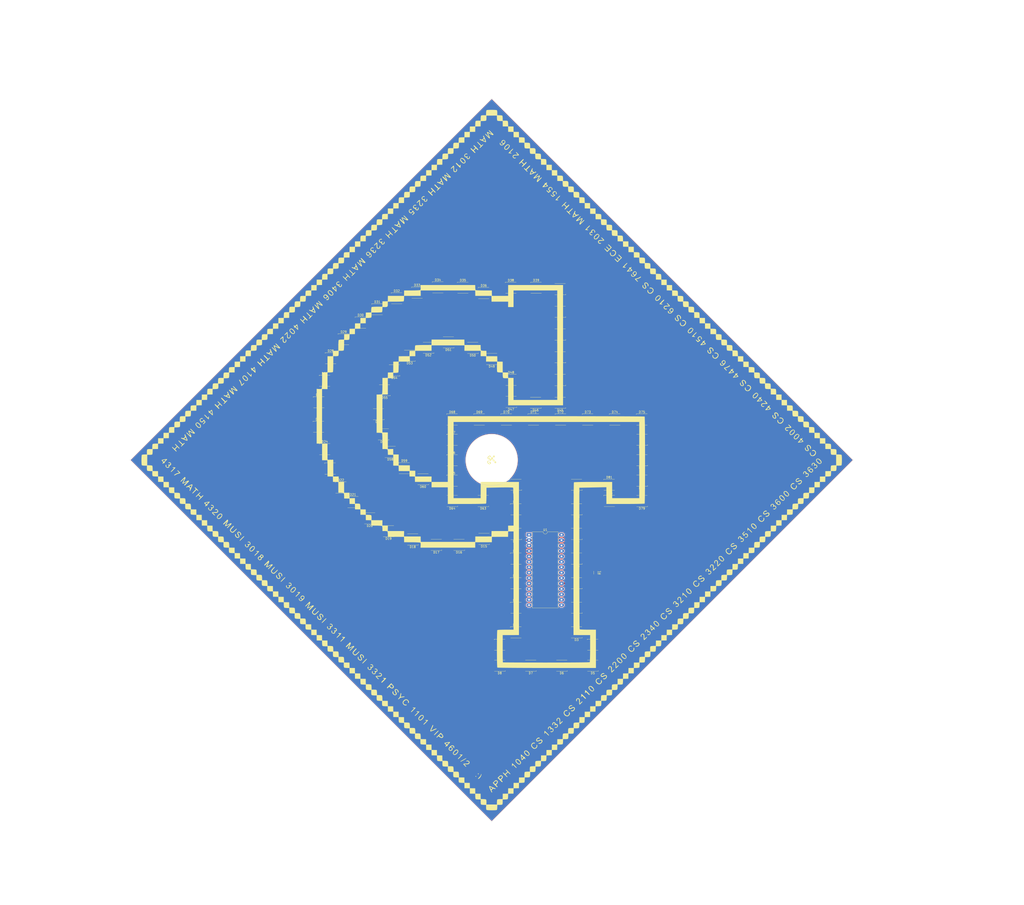
<source format=kicad_pcb>
(kicad_pcb (version 20211014) (generator pcbnew)
  (layers (0 "F.Cu" signal) (31 "B.Cu" signal) (34 "B.Paste" user) (35 "F.Paste" user) (36 "B.SilkS" user "B.Silkscreen") (37 "F.SilkS" user "F.Silkscreen") (38 "B.Mask" user) (39 "F.Mask" user) (44 "Edge.Cuts" user))
  (net 0 "")
  (net 1 "GND")
  (net 2 "+5V")
  (net 3 "Net-(D1-Pad4)")
  (net 25 "Net-(D2-Pad4)")
  (net 26 "Net-(D3-Pad4)")
  (net 27 "Net-(D4-Pad4)")
  (net 28 "Net-(D5-Pad4)")
  (net 29 "Net-(D6-Pad4)")
  (net 30 "Net-(D7-Pad4)")
  (net 31 "Net-(D8-Pad4)")
  (net 32 "Net-(D10-Pad2)")
  (net 33 "Net-(D10-Pad4)")
  (net 34 "Net-(D11-Pad4)")
  (net 35 "Net-(D12-Pad4)")
  (net 36 "Net-(D13-Pad4)")
  (net 37 "Net-(D14-Pad4)")
  (net 38 "Net-(D15-Pad4)")
  (net 39 "Net-(D16-Pad4)")
  (net 40 "Net-(D17-Pad4)")
  (net 41 "Net-(D18-Pad4)")
  (net 42 "Net-(D19-Pad4)")
  (net 43 "Net-(D20-Pad4)")
  (net 44 "Net-(D21-Pad4)")
  (net 45 "Net-(D22-Pad4)")
  (net 46 "Net-(D23-Pad4)")
  (net 47 "Net-(D24-Pad4)")
  (net 48 "Net-(D25-Pad4)")
  (net 49 "Net-(D26-Pad4)")
  (net 50 "Net-(D27-Pad4)")
  (net 51 "Net-(D28-Pad4)")
  (net 52 "Net-(D29-Pad4)")
  (net 53 "Net-(D30-Pad4)")
  (net 54 "Net-(D31-Pad4)")
  (net 55 "Net-(D32-Pad4)")
  (net 56 "Net-(D33-Pad4)")
  (net 57 "Net-(D34-Pad4)")
  (net 58 "Net-(D35-Pad4)")
  (net 59 "Net-(D36-Pad4)")
  (net 60 "Net-(R1-Pad1)")
  (net 61 "Net-(D38-Pad4)")
  (net 62 "Net-(D39-Pad4)")
  (net 63 "Net-(D40-Pad4)")
  (net 64 "Net-(D41-Pad4)")
  (net 65 "Net-(D42-Pad4)")
  (net 66 "Net-(D43-Pad4)")
  (net 67 "Net-(D44-Pad4)")
  (net 68 "Net-(D45-Pad4)")
  (net 69 "Net-(D46-Pad4)")
  (net 70 "Net-(D47-Pad4)")
  (net 71 "Net-(D48-Pad4)")
  (net 72 "Net-(D49-Pad4)")
  (net 73 "Net-(D50-Pad4)")
  (net 74 "Net-(D51-Pad4)")
  (net 75 "Net-(D52-Pad4)")
  (net 76 "Net-(D53-Pad4)")
  (net 77 "Net-(D54-Pad4)")
  (net 78 "Net-(D55-Pad4)")
  (net 79 "Net-(D56-Pad4)")
  (net 80 "Net-(D57-Pad4)")
  (net 81 "Net-(D58-Pad4)")
  (net 82 "Net-(D59-Pad4)")
  (net 83 "Net-(D60-Pad4)")
  (net 84 "Net-(D61-Pad4)")
  (net 85 "Net-(D62-Pad4)")
  (net 86 "Net-(D63-Pad4)")
  (net 87 "Net-(D64-Pad4)")
  (net 88 "Net-(D65-Pad4)")
  (net 89 "Net-(D66-Pad4)")
  (net 90 "Net-(D67-Pad4)")
  (net 91 "Net-(D68-Pad4)")
  (net 92 "Net-(D69-Pad4)")
  (net 93 "Net-(D70-Pad4)")
  (net 94 "Net-(D71-Pad4)")
  (net 95 "Net-(D1-Pad2)")
  (net 96 "Net-(D72-Pad4)")
  (net 99 "Net-(D73-Pad4)")
  (net 101 "Net-(D74-Pad4)")
  (net 102 "Net-(D75-Pad4)")
  (net 103 "Net-(D76-Pad4)")
  (net 104 "Net-(D77-Pad4)")
  (net 105 "Net-(D78-Pad4)")
  (net 106 "Net-(D79-Pad4)")
  (net 107 "Net-(D80-Pad4)")
  (net 108 "Net-(D81-Pad4)")
  (net 109 "Net-(D82-Pad4)")
  (net 110 "Net-(D83-Pad4)")
  (net 111 "Net-(D84-Pad4)")
  (net 112 "Net-(D85-Pad4)")
  (footprint "LED_SMD:LED_Inolux_IN-PI554FCH_PLCC4_5.0x5.0mm_P3.2mm" (layer "F.Cu") (at 176.1 132.4 180)
    (fp_text reference "D50")
    (fp_text value "Neopixel 5050")
  )
  (footprint "LED_SMD:LED_Inolux_IN-PI554FCH_PLCC4_5.0x5.0mm_P3.2mm" (layer "F.Cu") (at 205.85 104.15)
    (fp_text reference "D39")
    (fp_text value "Neopixel 5050")
  )
  (footprint "Package_DIP:DIP-28_W15.24mm_LongPads" (layer "F.Cu") (at 202.5088 220.0248)
    (fp_text reference "U1")
    (fp_text value "ItsyBitsy 32u4 5V")
  )
  (footprint "LED_SMD:LED_Inolux_IN-PI554FCH_PLCC4_5.0x5.0mm_P3.2mm" (layer "F.Cu") (at 217.100001 126.116148 180)
    (fp_text reference "D42")
    (fp_text value "Neopixel 5050")
  )
  (footprint "LED_SMD:LED_Inolux_IN-PI554FCH_PLCC4_5.0x5.0mm_P3.2mm" (layer "F.Cu") (at 103.8098 169.3672)
    (fp_text reference "D25")
    (fp_text value "Neopixel 5050")
  )
  (footprint "LED_SMD:LED_Inolux_IN-PI554FCH_PLCC4_5.0x5.0mm_P3.2mm" (layer "F.Cu") (at 242.758684 165.9636)
    (fp_text reference "D74")
    (fp_text value "Neopixel 5050")
  )
  (footprint "LED_SMD:LED_Inolux_IN-PI554FCH_PLCC4_5.0x5.0mm_P3.2mm" (layer "F.Cu") (at 196.4 265.8364)
    (fp_text reference "D10")
    (fp_text value "Neopixel 5050")
  )
  (footprint "LED_SMD:LED_Inolux_IN-PI554FCH_PLCC4_5.0x5.0mm_P3.2mm" (layer "F.Cu") (at 217.861332 281.432 180)
    (fp_text reference "D6")
    (fp_text value "Neopixel 5050")
  )
  (footprint "LED_SMD:LED_Inolux_IN-PI554FCH_PLCC4_5.0x5.0mm_P3.2mm" (layer "F.Cu") (at 255.4732 194.6275 180)
    (fp_text reference "D78")
    (fp_text value "Neopixel 5050")
  )
  (footprint "LED_SMD:LED_Inolux_IN-PI554FCH_PLCC4_5.0x5.0mm_P3.2mm" (layer "F.Cu") (at 255.4732 175.4505 180)
    (fp_text reference "D76")
    (fp_text value "Neopixel 5050")
  )
  (footprint "LED_SMD:LED_Inolux_IN-PI554FCH_PLCC4_5.0x5.0mm_P3.2mm" (layer "F.Cu") (at 217.099999 115.461147 180)
    (fp_text reference "D41")
    (fp_text value "Neopixel 5050")
  )
  (footprint "LED_SMD:LED_Inolux_IN-PI554FCH_PLCC4_5.0x5.0mm_P3.2mm" (layer "F.Cu") (at 196.4 231.2035)
    (fp_text reference "D13")
    (fp_text value "Neopixel 5050")
  )
  (footprint "LED_SMD:LED_Inolux_IN-PI554FCH_PLCC4_5.0x5.0mm_P3.2mm" (layer "F.Cu") (at 169.672 224.79 180)
    (fp_text reference "D16")
    (fp_text value "Neopixel 5050")
  )
  (footprint "LED_SMD:LED_Inolux_IN-PI554FCH_PLCC4_5.0x5.0mm_P3.2mm" (layer "F.Cu") (at 123.5202 120.4976)
    (fp_text reference "D30")
    (fp_text value "Neopixel 5050")
  )
  (footprint "Resistor_SMD:R_1206_3216Metric_Pad1.30x1.75mm_HandSolder" (layer "F.Cu") (at 233.8324 237.8202 -90)
    (fp_text reference "R1")
    (fp_text value "330")
  )
  (footprint "LED_SMD:LED_Inolux_IN-PI554FCH_PLCC4_5.0x5.0mm_P3.2mm" (layer "F.Cu") (at 217.1 147.445 180)
    (fp_text reference "D44")
    (fp_text value "Neopixel 5050")
  )
  (footprint "LED_SMD:LED_Inolux_IN-PI554FCH_PLCC4_5.0x5.0mm_P3.2mm" (layer "F.Cu") (at 109.474 137.2616)
    (fp_text reference "D28")
    (fp_text value "Neopixel 5050")
  )
  (footprint "LED_SMD:LED_Inolux_IN-PI554FCH_PLCC4_5.0x5.0mm_P3.2mm" (layer "F.Cu") (at 106.68 147.828)
    (fp_text reference "D27")
    (fp_text value "Neopixel 5050")
  )
  (footprint "LED_SMD:LED_Inolux_IN-PI554FCH_PLCC4_5.0x5.0mm_P3.2mm" (layer "F.Cu") (at 109.22 188.976)
    (fp_text reference "D23")
    (fp_text value "Neopixel 5050")
  )
  (footprint "LED_SMD:LED_Inolux_IN-PI554FCH_PLCC4_5.0x5.0mm_P3.2mm" (layer "F.Cu") (at 232.41 271.6022)
    (fp_text reference "D4")
    (fp_text value "Neopixel 5050")
  )
  (footprint "LED_SMD:LED_Inolux_IN-PI554FCH_PLCC4_5.0x5.0mm_P3.2mm" (layer "F.Cu") (at 194 104.15)
    (fp_text reference "D38")
    (fp_text value "Neopixel 5050")
  )
  (footprint "LED_SMD:LED_Inolux_IN-PI554FCH_PLCC4_5.0x5.0mm_P3.2mm" (layer "F.Cu") (at 166.4716 194.6409)
    (fp_text reference "D65")
    (fp_text value "Neopixel 5050")
  )
  (footprint "LED_SMD:LED_Inolux_IN-PI554FCH_PLCC4_5.0x5.0mm_P3.2mm" (layer "F.Cu") (at 194.0814 147.3962)
    (fp_text reference "D48")
    (fp_text value "Neopixel 5050")
  )
  (footprint "LED_SMD:LED_Inolux_IN-PI554FCH_PLCC4_5.0x5.0mm_P3.2mm" (layer "F.Cu") (at 224.79 254.2921 180)
    (fp_text reference "D2")
    (fp_text value "Neopixel 5050")
  )
  (footprint "LED_SMD:LED_Inolux_IN-PI554FCH_PLCC4_5.0x5.0mm_P3.2mm" (layer "F.Cu") (at 181 204.2 180)
    (fp_text reference "D63")
    (fp_text value "Neopixel 5050")
  )
  (footprint "LED_SMD:LED_Inolux_IN-PI554FCH_PLCC4_5.0x5.0mm_P3.2mm" (layer "F.Cu") (at 164.7 129.8 180)
    (fp_text reference "D51")
    (fp_text value "Neopixel 5050")
  )
  (footprint "LED_SMD:LED_Inolux_IN-PI554FCH_PLCC4_5.0x5.0mm_P3.2mm" (layer "F.Cu") (at 147.955 222.25 180)
    (fp_text reference "D18")
    (fp_text value "Neopixel 5050")
  )
  (footprint "LED_SMD:LED_Inolux_IN-PI554FCH_PLCC4_5.0x5.0mm_P3.2mm" (layer "F.Cu") (at 255.4732 185.039 180)
    (fp_text reference "D77")
    (fp_text value "Neopixel 5050")
  )
  (footprint "LED_SMD:LED_Inolux_IN-PI554FCH_PLCC4_5.0x5.0mm_P3.2mm" (layer "F.Cu") (at 137.4 181.2 180)
    (fp_text reference "D58")
    (fp_text value "Neopixel 5050")
  )
  (footprint "LED_SMD:LED_Inolux_IN-PI554FCH_PLCC4_5.0x5.0mm_P3.2mm" (layer "F.Cu") (at 196.4 196.5706 180)
    (fp_text reference "D62")
    (fp_text value "Neopixel 5050")
  )
  (footprint "LED_SMD:LED_Inolux_IN-PI554FCH_PLCC4_5.0x5.0mm_P3.2mm" (layer "F.Cu") (at 224.79 196.5706 180)
    (fp_text reference "D82")
    (fp_text value "Neopixel 5050")
  )
  (footprint "LED_SMD:LED_Inolux_IN-PI554FCH_PLCC4_5.0x5.0mm_P3.2mm" (layer "F.Cu") (at 115.5446 128.3462)
    (fp_text reference "D29")
    (fp_text value "Neopixel 5050")
  )
  (footprint "LED_SMD:LED_Inolux_IN-PI554FCH_PLCC4_5.0x5.0mm_P3.2mm" (layer "F.Cu") (at 134.747 152.273 180)
    (fp_text reference "D55")
    (fp_text value "Neopixel 5050")
  )
  (footprint "LED_SMD:LED_Inolux_IN-PI554FCH_PLCC4_5.0x5.0mm_P3.2mm" (layer "F.Cu") (at 150.0124 106.4514)
    (fp_text reference "D33")
    (fp_text value "Neopixel 5050")
  )
  (footprint "LOGO" (layer "F.Cu") (at 185 185 -45)
    (fp_text reference "G***")
    (fp_text value "LOGO" hide)
  )
  (footprint "LED_SMD:LED_Inolux_IN-PI554FCH_PLCC4_5.0x5.0mm_P3.2mm" (layer "F.Cu") (at 224.79 219.6592 180)
    (fp_text reference "D84")
    (fp_text value "Neopixel 5050")
  )
  (footprint "LED_SMD:LED_Inolux_IN-PI554FCH_PLCC4_5.0x5.0mm_P3.2mm" (layer "F.Cu") (at 181.356 221.996 180)
    (fp_text reference "D15")
    (fp_text value "Neopixel 5050")
  )
  (footprint "LED_SMD:LED_Inolux_IN-PI554FCH_PLCC4_5.0x5.0mm_P3.2mm" (layer "F.Cu") (at 152.8 194 180)
    (fp_text reference "D60")
    (fp_text value "Neopixel 5050")
  )
  (footprint "LED_SMD:LED_Inolux_IN-PI554FCH_PLCC4_5.0x5.0mm_P3.2mm" (layer "F.Cu") (at 224.79 208.1149 180)
    (fp_text reference "D83")
    (fp_text value "Neopixel 5050")
  )
  (footprint "LED_SMD:LED_Inolux_IN-PI554FCH_PLCC4_5.0x5.0mm_P3.2mm" (layer "F.Cu") (at 188.764 271.6022)
    (fp_text reference "D9")
    (fp_text value "Neopixel 5050")
  )
  (footprint "LED_SMD:LED_Inolux_IN-PI554FCH_PLCC4_5.0x5.0mm_P3.2mm" (layer "F.Cu") (at 230.04417 165.9636)
    (fp_text reference "D73")
    (fp_text value "Neopixel 5050")
  )
  (footprint "LED_SMD:LED_Inolux_IN-PI554FCH_PLCC4_5.0x5.0mm_P3.2mm" (layer "F.Cu") (at 204.615142 165.9636)
    (fp_text reference "D71")
    (fp_text value "Neopixel 5050")
  )
  (footprint "LED_SMD:LED_Inolux_IN-PI554FCH_PLCC4_5.0x5.0mm_P3.2mm" (layer "F.Cu") (at 196.4 208.1149)
    (fp_text reference "D61")
    (fp_text value "Neopixel 5050")
  )
  (footprint "LED_SMD:LED_Inolux_IN-PI554FCH_PLCC4_5.0x5.0mm_P3.2mm" (layer "F.Cu") (at 255.4732 204.216 180)
    (fp_text reference "D79")
    (fp_text value "Neopixel 5050")
  )
  (footprint "LED_SMD:LED_Inolux_IN-PI554FCH_PLCC4_5.0x5.0mm_P3.2mm" (layer "F.Cu") (at 217.1 104.825 180)
    (fp_text reference "D40")
    (fp_text value "Neopixel 5050")
  )
  (footprint "LED_SMD:LED_Inolux_IN-PI554FCH_PLCC4_5.0x5.0mm_P3.2mm" (layer "F.Cu") (at 159.004 224.79 180)
    (fp_text reference "D17")
    (fp_text value "Neopixel 5050")
  )
  (footprint "LED_SMD:LED_Inolux_IN-PI554FCH_PLCC4_5.0x5.0mm_P3.2mm" (layer "F.Cu") (at 139.3444 142.9512 180)
    (fp_text reference "D54")
    (fp_text value "Neopixel 5050")
  )
  (footprint "LED_SMD:LED_Inolux_IN-PI554FCH_PLCC4_5.0x5.0mm_P3.2mm" (layer "F.Cu") (at 181.25 106.65)
    (fp_text reference "D36")
    (fp_text value "Neopixel 5050")
  )
  (footprint "LED_SMD:LED_Inolux_IN-PI554FCH_PLCC4_5.0x5.0mm_P3.2mm" (layer "F.Cu") (at 217.1 136.79 180)
    (fp_text reference "D43")
    (fp_text value "Neopixel 5050")
  )
  (footprint "LED_SMD:LED_Inolux_IN-PI554FCH_PLCC4_5.0x5.0mm_P3.2mm" (layer "F.Cu") (at 171.5008 104.14)
    (fp_text reference "D35")
    (fp_text value "Neopixel 5050")
  )
  (footprint "LED_SMD:LED_Inolux_IN-PI554FCH_PLCC4_5.0x5.0mm_P3.2mm" (layer "F.Cu") (at 166.4716 165.9636)
    (fp_text reference "D68")
    (fp_text value "Neopixel 5050")
  )
  (footprint "LED_SMD:LED_Inolux_IN-PI554FCH_PLCC4_5.0x5.0mm_P3.2mm" (layer "F.Cu") (at 255.4732 165.9636)
    (fp_text reference "D75")
    (fp_text value "Neopixel 5050")
  )
  (footprint "LED_SMD:LED_Inolux_IN-PI554FCH_PLCC4_5.0x5.0mm_P3.2mm" (layer "F.Cu") (at 134.2136 172.9486 180)
    (fp_text reference "D57")
    (fp_text value "Neopixel 5050")
  )
  (footprint "LED_SMD:LED_Inolux_IN-PI554FCH_PLCC4_5.0x5.0mm_P3.2mm" (layer "F.Cu") (at 196.4 219.6592 180)
    (fp_text reference "D14")
    (fp_text value "Neopixel 5050")
  )
  (footprint "LED_SMD:LED_Inolux_IN-PI554FCH_PLCC4_5.0x5.0mm_P3.2mm" (layer "F.Cu") (at 166.4716 175.5227)
    (fp_text reference "D67")
    (fp_text value "Neopixel 5050")
  )
  (footprint "LED_SMD:LED_Inolux_IN-PI554FCH_PLCC4_5.0x5.0mm_P3.2mm" (layer "F.Cu") (at 240.1316 196.5706)
    (fp_text reference "D81")
    (fp_text value "Neopixel 5050")
  )
  (footprint "LED_SMD:LED_Inolux_IN-PI554FCH_PLCC4_5.0x5.0mm_P3.2mm" (layer "F.Cu") (at 224.79 242.7478 180)
    (fp_text reference "D1")
    (fp_text value "Neopixel 5050")
  )
  (footprint "LED_SMD:LED_Inolux_IN-PI554FCH_PLCC4_5.0x5.0mm_P3.2mm" (layer "F.Cu") (at 188.764 281.432 180)
    (fp_text reference "D8")
    (fp_text value "Neopixel 5050")
  )
  (footprint "LED_SMD:LED_Inolux_IN-PI554FCH_PLCC4_5.0x5.0mm_P3.2mm" (layer "F.Cu") (at 224.79 231.2035 180)
    (fp_text reference "D85")
    (fp_text value "Neopixel 5050")
  )
  (footprint "LED_SMD:LED_Inolux_IN-PI554FCH_PLCC4_5.0x5.0mm_P3.2mm" (layer "F.Cu") (at 131.9022 163.4744 180)
    (fp_text reference "D56")
    (fp_text value "Neopixel 5050")
  )
  (footprint "LED_SMD:LED_Inolux_IN-PI554FCH_PLCC4_5.0x5.0mm_P3.2mm" (layer "F.Cu") (at 106.7054 179.8574)
    (fp_text reference "D24")
    (fp_text value "Neopixel 5050")
  )
  (footprint "LED_SMD:LED_Inolux_IN-PI554FCH_PLCC4_5.0x5.0mm_P3.2mm" (layer "F.Cu") (at 196.4 254.2921)
    (fp_text reference "D11")
    (fp_text value "Neopixel 5050")
  )
  (footprint "LED_SMD:LED_Inolux_IN-PI554FCH_PLCC4_5.0x5.0mm_P3.2mm" (layer "F.Cu") (at 205.5907 158.1 180)
    (fp_text reference "D46")
    (fp_text value "Neopixel 5050")
  )
  (footprint "LED_SMD:LED_Inolux_IN-PI554FCH_PLCC4_5.0x5.0mm_P3.2mm" (layer "F.Cu") (at 217.329656 165.9636)
    (fp_text reference "D72")
    (fp_text value "Neopixel 5050")
  )
  (footprint "LED_SMD:LED_Inolux_IN-PI554FCH_PLCC4_5.0x5.0mm_P3.2mm" (layer "F.Cu") (at 155.3 132.3 180)
    (fp_text reference "D52")
    (fp_text value "Neopixel 5050")
  )
  (footprint "LED_SMD:LED_Inolux_IN-PI554FCH_PLCC4_5.0x5.0mm_P3.2mm" (layer "F.Cu") (at 114.3 197.866)
    (fp_text reference "D22")
    (fp_text value "Neopixel 5050")
  )
  (footprint "LED_SMD:LED_Inolux_IN-PI554FCH_PLCC4_5.0x5.0mm_P3.2mm" (layer "F.Cu") (at 166.4716 204.2 180)
    (fp_text reference "D64")
    (fp_text value "Neopixel 5050")
  )
  (footprint "LED_SMD:LED_Inolux_IN-PI554FCH_PLCC4_5.0x5.0mm_P3.2mm" (layer "F.Cu") (at 203.312666 281.432 180)
    (fp_text reference "D7")
    (fp_text value "Neopixel 5050")
  )
  (footprint "LED_SMD:LED_Inolux_IN-PI554FCH_PLCC4_5.0x5.0mm_P3.2mm" (layer "F.Cu") (at 159.766 104.013)
    (fp_text reference "D34")
    (fp_text value "Neopixel 5050")
  )
  (footprint "LED_SMD:LED_Inolux_IN-PI554FCH_PLCC4_5.0x5.0mm_P3.2mm" (layer "F.Cu") (at 119.9388 204.6986)
    (fp_text reference "D21")
    (fp_text value "Neopixel 5050")
  )
  (footprint "LED_SMD:LED_Inolux_IN-PI554FCH_PLCC4_5.0x5.0mm_P3.2mm" (layer "F.Cu") (at 127.7874 212.344 180)
    (fp_text reference "D20")
    (fp_text value "Neopixel 5050")
  )
  (footprint "LOGO" (layer "F.Cu") (at 185 185 45)
    (fp_text reference "G***")
    (fp_text value "LOGO" hide)
  )
  (footprint "LED_SMD:LED_Inolux_IN-PI554FCH_PLCC4_5.0x5.0mm_P3.2mm" (layer "F.Cu") (at 136.6012 218.3384 180)
    (fp_text reference "D19")
    (fp_text value "Neopixel 5050")
  )
  (footprint "LED_SMD:LED_Inolux_IN-PI554FCH_PLCC4_5.0x5.0mm_P3.2mm" (layer "F.Cu") (at 166.4716 185.0818)
    (fp_text reference "D66")
    (fp_text value "Neopixel 5050")
  )
  (footprint "LED_SMD:LED_Inolux_IN-PI554FCH_PLCC4_5.0x5.0mm_P3.2mm" (layer "F.Cu") (at 191.900628 165.9636)
    (fp_text reference "D70")
    (fp_text value "Neopixel 5050")
  )
  (footprint "LED_SMD:LED_Inolux_IN-PI554FCH_PLCC4_5.0x5.0mm_P3.2mm" (layer "F.Cu") (at 185 137.6 180)
    (fp_text reference "D49")
    (fp_text value "Neopixel 5050")
  )
  (footprint "LED_SMD:LED_Inolux_IN-PI554FCH_PLCC4_5.0x5.0mm_P3.2mm" (layer "F.Cu") (at 140.4366 109.1438)
    (fp_text reference "D32")
    (fp_text value "Neopixel 5050")
  )
  (footprint "LED_SMD:LED_Inolux_IN-PI554FCH_PLCC4_5.0x5.0mm_P3.2mm" (layer "F.Cu") (at 146.5072 136.0424 180)
    (fp_text reference "D53")
    (fp_text value "Neopixel 5050")
  )
  (footprint "LED_SMD:LED_Inolux_IN-PI554FCH_PLCC4_5.0x5.0mm_P3.2mm" (layer "F.Cu") (at 144 188.8)
    (fp_text reference "D59")
    (fp_text value "Neopixel 5050")
  )
  (footprint "LED_SMD:LED_Inolux_IN-PI554FCH_PLCC4_5.0x5.0mm_P3.2mm" (layer "F.Cu") (at 131.318 114.3)
    (fp_text reference "D31")
    (fp_text value "Neopixel 5050")
  )
  (footprint "LED_SMD:LED_Inolux_IN-PI554FCH_PLCC4_5.0x5.0mm_P3.2mm" (layer "F.Cu") (at 194.0814 157.734 180)
    (fp_text reference "D47")
    (fp_text value "Neopixel 5050")
  )
  (footprint "LED_SMD:LED_Inolux_IN-PI554FCH_PLCC4_5.0x5.0mm_P3.2mm" (layer "F.Cu") (at 240.1824 204.1652)
    (fp_text reference "D80")
    (fp_text value "Neopixel 5050")
  )
  (footprint "LED_SMD:LED_Inolux_IN-PI554FCH_PLCC4_5.0x5.0mm_P3.2mm" (layer "F.Cu") (at 217.1 158.1 180)
    (fp_text reference "D45")
    (fp_text value "Neopixel 5050")
  )
  (footprint "LED_SMD:LED_Inolux_IN-PI554FCH_PLCC4_5.0x5.0mm_P3.2mm" (layer "F.Cu") (at 232.41 281.432 180)
    (fp_text reference "D5")
    (fp_text value "Neopixel 5050")
  )
  (footprint "LED_SMD:LED_Inolux_IN-PI554FCH_PLCC4_5.0x5.0mm_P3.2mm" (layer "F.Cu") (at 224.79 265.8364 180)
    (fp_text reference "D3")
    (fp_text value "Neopixel 5050")
  )
  (footprint "LED_SMD:LED_Inolux_IN-PI554FCH_PLCC4_5.0x5.0mm_P3.2mm" (layer "F.Cu") (at 196.4 242.7478)
    (fp_text reference "D12")
    (fp_text value "Neopixel 5050")
  )
  (footprint "LED_SMD:LED_Inolux_IN-PI554FCH_PLCC4_5.0x5.0mm_P3.2mm" (layer "F.Cu") (at 103.9368 157.9118)
    (fp_text reference "D26")
    (fp_text value "Neopixel 5050")
  )
  (footprint "LED_SMD:LED_Inolux_IN-PI554FCH_PLCC4_5.0x5.0mm_P3.2mm" (layer "F.Cu") (at 179.186114 165.9636)
    (fp_text reference "D69")
    (fp_text value "Neopixel 5050")
  )
  (gr_circle (center 185 185) (end 196.999999 185) (layer "Edge.Cuts") (width 0.1) (fill none))
  (gr_poly (pts (xy 185 15.294373) (xy 354.705627 185) (xy 185 354.705627) (xy 15.294373 185)) (layer "Edge.Cuts") (width 0.1) (fill none))
  (segment (start 222.34 244.3478) (end 222.34 247.7921) (width 0.7) (layer "F.Cu") (net 3))
  (segment (start 222.34 247.7921) (end 227.24 252.6921) (width 0.7) (layer "F.Cu") (net 3))
  (segment (start 222.34 255.8921) (end 222.34 259.3364) (width 0.7) (layer "F.Cu") (net 25))
  (segment (start 222.34 259.3364) (end 227.24 264.2364) (width 0.7) (layer "F.Cu") (net 25))
  (segment (start 222.34 267.4364) (end 224.1942 267.4364) (width 0.7) (layer "F.Cu") (net 26))
  (segment (start 224.1942 267.4364) (end 229.96 273.2022) (width 0.7) (layer "F.Cu") (net 26))
  (segment (start 234.86 270.0022) (end 236.2202 270.0022) (width 0.7) (layer "F.Cu") (net 27))
  (segment (start 236.2202 270.0022) (end 237.617 271.399) (width 0.7) (layer "F.Cu") (net 27))
  (segment (start 237.617 271.399) (end 237.617 277.075) (width 0.7) (layer "F.Cu") (net 27))
  (segment (start 237.617 277.075) (end 234.86 279.832) (width 0.7) (layer "F.Cu") (net 27))
  (segment (start 220.311332 279.832) (end 224.0028 279.832) (width 0.7) (layer "F.Cu") (net 28))
  (segment (start 224.0028 279.832) (end 227.2028 283.032) (width 0.7) (layer "F.Cu") (net 28))
  (segment (start 227.2028 283.032) (end 229.96 283.032) (width 0.7) (layer "F.Cu") (net 28))
  (segment (start 215.411332 283.032) (end 212.6232 283.032) (width 0.7) (layer "F.Cu") (net 29))
  (segment (start 212.6232 283.032) (end 209.4232 279.832) (width 0.7) (layer "F.Cu") (net 29))
  (segment (start 209.4232 279.832) (end 205.762666 279.832) (width 0.7) (layer "F.Cu") (net 29))
  (segment (start 194.9452 279.832) (end 191.214 279.832) (width 0.7) (layer "F.Cu") (net 30))
  (segment (start 200.862666 283.032) (end 198.1452 283.032) (width 0.7) (layer "F.Cu") (net 30))
  (segment (start 198.1452 283.032) (end 194.9452 279.832) (width 0.7) (layer "F.Cu") (net 30))
  (segment (start 183.9724 273.2022) (end 182.626 274.5486) (width 0.7) (layer "F.Cu") (net 31))
  (segment (start 182.626 279.344) (end 186.314 283.032) (width 0.7) (layer "F.Cu") (net 31))
  (segment (start 182.626 274.5486) (end 182.626 279.344) (width 0.7) (layer "F.Cu") (net 31))
  (segment (start 186.314 273.2022) (end 183.9724 273.2022) (width 0.7) (layer "F.Cu") (net 31))
  (segment (start 191.3842 270.0022) (end 193.95 267.4364) (width 0.7) (layer "F.Cu") (net 32))
  (segment (start 191.214 270.0022) (end 191.3842 270.0022) (width 0.7) (layer "F.Cu") (net 32))
  (segment (start 193.95 257.2976) (end 193.95 255.8921) (width 0.7) (layer "F.Cu") (net 33))
  (segment (start 198.85 264.2364) (end 198.85 262.1976) (width 0.7) (layer "F.Cu") (net 33))
  (segment (start 198.85 262.1976) (end 193.95 257.2976) (width 0.7) (layer "F.Cu") (net 33))
  (segment (start 198.85 252.6921) (end 198.85 251.2248) (width 0.7) (layer "F.Cu") (net 34))
  (segment (start 198.85 251.2248) (end 193.95 246.3248) (width 0.7) (layer "F.Cu") (net 34))
  (segment (start 193.95 246.3248) (end 193.95 244.3478) (width 0.7) (layer "F.Cu") (net 34))
  (segment (start 198.85 241.1478) (end 198.85 239.2106) (width 0.7) (layer "F.Cu") (net 35))
  (segment (start 193.95 234.3106) (end 193.95 232.8035) (width 0.7) (layer "F.Cu") (net 35))
  (segment (start 198.85 239.2106) (end 193.95 234.3106) (width 0.7) (layer "F.Cu") (net 35))
  (segment (start 196.5706 223.1136) (end 196.5706 220.3386) (width 0.7) (layer "F.Cu") (net 36))
  (segment (start 196.5706 220.3386) (end 198.85 218.0592) (width 0.7) (layer "F.Cu") (net 36))
  (segment (start 198.85 229.6035) (end 198.85 225.393) (width 0.7) (layer "F.Cu") (net 36))
  (segment (start 198.85 225.393) (end 196.5706 223.1136) (width 0.7) (layer "F.Cu") (net 36))
  (segment (start 184.6692 221.2592) (end 183.806 220.396) (width 0.7) (layer "F.Cu") (net 37))
  (segment (start 193.95 221.2592) (end 184.6692 221.2592) (width 0.7) (layer "F.Cu") (net 37))
  (segment (start 178.906 223.596) (end 172.528 223.596) (width 0.7) (layer "F.Cu") (net 38))
  (segment (start 172.528 223.596) (end 172.122 223.19) (width 0.7) (layer "F.Cu") (net 38))
  (segment (start 164.654 226.39) (end 161.454 223.19) (width 0.7) (layer "F.Cu") (net 39))
  (segment (start 167.222 226.39) (end 164.654 226.39) (width 0.7) (layer "F.Cu") (net 39))
  (segment (start 156.554 226.39) (end 156.145 226.39) (width 0.7) (layer "F.Cu") (net 40))
  (segment (start 156.145 226.39) (end 150.405 220.65) (width 0.7) (layer "F.Cu") (net 40))
  (segment (start 145.505 223.85) (end 145.505 223.1922) (width 0.7) (layer "F.Cu") (net 41))
  (segment (start 145.505 223.1922) (end 139.0512 216.7384) (width 0.7) (layer "F.Cu") (net 41))
  (segment (start 134.1512 219.9384) (end 132.5626 218.3498) (width 0.7) (layer "F.Cu") (net 42))
  (segment (start 132.5626 218.3498) (end 132.5626 212.217) (width 0.7) (layer "F.Cu") (net 42))
  (segment (start 131.0896 210.744) (end 130.2374 210.744) (width 0.7) (layer "F.Cu") (net 42))
  (segment (start 132.5626 212.217) (end 131.0896 210.744) (width 0.7) (layer "F.Cu") (net 42))
  (segment (start 125.1342 213.944) (end 117.4888 206.2986) (width 0.7) (layer "F.Cu") (net 43))
  (segment (start 125.3374 213.944) (end 125.1342 213.944) (width 0.7) (layer "F.Cu") (net 43))
  (segment (start 120.509 201.2188) (end 113.6028 201.2188) (width 0.7) (layer "F.Cu") (net 44))
  (segment (start 122.3888 203.0986) (end 120.509 201.2188) (width 0.7) (layer "F.Cu") (net 44))
  (segment (start 113.6028 201.2188) (end 111.85 199.466) (width 0.7) (layer "F.Cu") (net 44))
  (segment (start 111.67 187.376) (end 110.174 187.376) (width 0.7) (layer "F.Cu") (net 46))
  (segment (start 110.174 187.376) (end 104.2554 181.4574) (width 0.7) (layer "F.Cu") (net 46))
  (segment (start 109.1554 178.2574) (end 108.65 178.2574) (width 0.7) (layer "F.Cu") (net 47))
  (segment (start 108.65 178.2574) (end 101.3598 170.9672) (width 0.7) (layer "F.Cu") (net 47))
  (segment (start 101.4868 161.4308) (end 101.4868 159.5118) (width 0.7) (layer "F.Cu") (net 48))
  (segment (start 106.2598 166.2038) (end 101.4868 161.4308) (width 0.7) (layer "F.Cu") (net 48))
  (segment (start 106.2598 167.7672) (end 106.2598 166.2038) (width 0.7) (layer "F.Cu") (net 48))
  (segment (start 106.3868 156.3118) (end 106.3868 154.596) (width 0.7) (layer "F.Cu") (net 49))
  (segment (start 106.3868 154.596) (end 104.23 152.4392) (width 0.7) (layer "F.Cu") (net 49))
  (segment (start 104.23 152.4392) (end 104.23 149.428) (width 0.7) (layer "F.Cu") (net 49))
  (segment (start 109.13 146.228) (end 109.13 143.3184) (width 0.7) (layer "F.Cu") (net 50))
  (segment (start 107.024 141.2124) (end 107.024 138.8616) (width 0.7) (layer "F.Cu") (net 50))
  (segment (start 109.13 143.3184) (end 107.024 141.2124) (width 0.7) (layer "F.Cu") (net 50))
  (segment (start 111.924 131.1168) (end 113.0946 129.9462) (width 0.7) (layer "F.Cu") (net 51))
  (segment (start 111.924 135.6616) (end 111.924 131.1168) (width 0.7) (layer "F.Cu") (net 51))
  (segment (start 117.9946 125.1732) (end 121.0702 122.0976) (width 0.7) (layer "F.Cu") (net 52))
  (segment (start 117.9946 126.7462) (end 117.9946 125.1732) (width 0.7) (layer "F.Cu") (net 52))
  (segment (start 125.9702 118.7978) (end 128.868 115.9) (width 0.7) (layer "F.Cu") (net 53))
  (segment (start 125.9702 118.8976) (end 125.9702 118.7978) (width 0.7) (layer "F.Cu") (net 53))
  (segment (start 136.0304 112.7) (end 137.9866 110.7438) (width 0.7) (layer "F.Cu") (net 54))
  (segment (start 133.768 112.7) (end 136.0304 112.7) (width 0.7) (layer "F.Cu") (net 54))
  (segment (start 147.0548 107.5438) (end 147.5624 108.0514) (width 0.7) (layer "F.Cu") (net 55))
  (segment (start 142.8866 107.5438) (end 147.0548 107.5438) (width 0.7) (layer "F.Cu") (net 55))
  (segment (start 152.4624 104.8514) (end 156.5544 104.8514) (width 0.7) (layer "F.Cu") (net 56))
  (segment (start 156.5544 104.8514) (end 157.316 105.613) (width 0.7) (layer "F.Cu") (net 56))
  (segment (start 162.216 102.413) (end 165.7238 102.413) (width 0.7) (layer "F.Cu") (net 57))
  (segment (start 165.7238 102.413) (end 169.0508 105.74) (width 0.7) (layer "F.Cu") (net 57))
  (segment (start 173.9508 102.54) (end 173.9508 103.4008) (width 0.7) (layer "F.Cu") (net 58))
  (segment (start 173.9508 103.4008) (end 178.8 108.25) (width 0.7) (layer "F.Cu") (net 58))
  (segment (start 183.7 105.05) (end 190.85 105.05) (width 0.7) (layer "F.Cu") (net 59))
  (segment (start 190.85 105.05) (end 191.55 105.75) (width 0.7) (layer "F.Cu") (net 59))
  (segment (start 219.0142 242.8848) (end 219.964 241.935) (width 0.7) (layer "F.Cu") (net 60))
  (segment (start 221.6156 236.2702) (end 233.8324 236.2702) (width 0.7) (layer "F.Cu") (net 60))
  (segment (start 219.964 241.935) (end 219.964 237.9218) (width 0.7) (layer "F.Cu") (net 60))
  (segment (start 217.7488 242.8848) (end 219.0142 242.8848) (width 0.7) (layer "F.Cu") (net 60))
  (segment (start 219.964 237.9218) (end 221.6156 236.2702) (width 0.7) (layer "F.Cu") (net 60))
  (segment (start 196.45 102.55) (end 200.2 102.55) (width 0.7) (layer "F.Cu") (net 61))
  (segment (start 200.2 102.55) (end 203.4 105.75) (width 0.7) (layer "F.Cu") (net 61))
  (segment (start 208.3 102.55) (end 209.9612 100.8888) (width 0.7) (layer "F.Cu") (net 62))
  (segment (start 209.9612 100.8888) (end 217.2138 100.8888) (width 0.7) (layer "F.Cu") (net 62))
  (segment (start 217.2138 100.8888) (end 219.55 103.225) (width 0.7) (layer "F.Cu") (net 62))
  (segment (start 214.65 108.6558) (end 219.549999 113.555799) (width 0.7) (layer "F.Cu") (net 63))
  (segment (start 214.65 106.425) (end 214.65 108.6558) (width 0.7) (layer "F.Cu") (net 63))
  (segment (start 219.549999 113.555799) (end 219.549999 113.861147) (width 0.7) (layer "F.Cu") (net 63))
  (segment (start 214.649999 117.061147) (end 214.649999 117.926799) (width 0.7) (layer "F.Cu") (net 64))
  (segment (start 214.649999 117.926799) (end 219.550001 122.826801) (width 0.7) (layer "F.Cu") (net 64))
  (segment (start 219.550001 122.826801) (end 219.550001 124.516148) (width 0.7) (layer "F.Cu") (net 64))
  (segment (start 214.650001 127.716148) (end 214.650001 128.899601) (width 0.7) (layer "F.Cu") (net 65))
  (segment (start 219.55 133.7996) (end 219.55 135.19) (width 0.7) (layer "F.Cu") (net 65))
  (segment (start 214.650001 128.899601) (end 219.55 133.7996) (width 0.7) (layer "F.Cu") (net 65))
  (segment (start 214.65 139.5168) (end 219.55 144.4168) (width 0.7) (layer "F.Cu") (net 66))
  (segment (start 219.55 144.4168) (end 219.55 145.845) (width 0.7) (layer "F.Cu") (net 66))
  (segment (start 214.65 138.39) (end 214.65 139.5168) (width 0.7) (layer "F.Cu") (net 66))
  (segment (start 214.65 149.045) (end 214.65 150.7436) (width 0.7) (layer "F.Cu") (net 67))
  (segment (start 219.55 155.6436) (end 219.55 156.5) (width 0.7) (layer "F.Cu") (net 67))
  (segment (start 214.65 150.7436) (end 219.55 155.6436) (width 0.7) (layer "F.Cu") (net 67))
  (segment (start 214.65 159.4812) (end 214.5792 159.4104) (width 0.7) (layer "F.Cu") (net 68))
  (segment (start 213.0146 159.7) (end 214.65 159.7) (width 0.7) (layer "F.Cu") (net 68))
  (segment (start 208.0407 156.5) (end 209.8146 156.5) (width 0.7) (layer "F.Cu") (net 68))
  (segment (start 209.8146 156.5) (end 213.0146 159.7) (width 0.7) (layer "F.Cu") (net 68))
  (segment (start 214.65 159.7) (end 214.65 159.4812) (width 0.7) (layer "F.Cu") (net 68))
  (segment (start 203.1407 159.7) (end 201.229 159.7) (width 0.7) (layer "F.Cu") (net 69))
  (segment (start 197.663 156.134) (end 196.5314 156.134) (width 0.7) (layer "F.Cu") (net 69))
  (segment (start 201.229 159.7) (end 197.663 156.134) (width 0.7) (layer "F.Cu") (net 69))
  (segment (start 189.1284 156.831) (end 189.1284 153.0096) (width 0.7) (layer "F.Cu") (net 70))
  (segment (start 191.6314 159.334) (end 189.1284 156.831) (width 0.7) (layer "F.Cu") (net 70))
  (segment (start 191.6314 150.5066) (end 189.1284 153.0096) (width 0.7) (layer "F.Cu") (net 70))
  (segment (start 191.6314 148.9962) (end 191.6314 150.5066) (width 0.7) (layer "F.Cu") (net 70))
  (segment (start 192.6166 136) (end 187.45 136) (width 0.7) (layer "F.Cu") (net 71))
  (segment (start 196.5314 145.7962) (end 196.5314 139.9148) (width 0.7) (layer "F.Cu") (net 71))
  (segment (start 196.5314 139.9148) (end 192.6166 136) (width 0.7) (layer "F.Cu") (net 71))
  (segment (start 181.0512 137.7012) (end 181.0512 131.953) (width 0.7) (layer "F.Cu") (net 72))
  (segment (start 182.55 139.2) (end 181.0512 137.7012) (width 0.7) (layer "F.Cu") (net 72))
  (segment (start 181.0512 131.953) (end 179.8982 130.8) (width 0.7) (layer "F.Cu") (net 72))
  (segment (start 179.8982 130.8) (end 178.55 130.8) (width 0.7) (layer "F.Cu") (net 72))
  (segment (start 173.65 134) (end 171.6174 134) (width 0.7) (layer "F.Cu") (net 73))
  (segment (start 169.7482 132.1308) (end 169.7482 130.7982) (width 0.7) (layer "F.Cu") (net 73))
  (segment (start 171.6174 134) (end 169.7482 132.1308) (width 0.7) (layer "F.Cu") (net 73))
  (segment (start 169.7482 130.7982) (end 167.15 128.2) (width 0.7) (layer "F.Cu") (net 73))
  (segment (start 158.45 131.4) (end 157.75 130.7) (width 0.7) (layer "F.Cu") (net 74))
  (segment (start 162.25 131.4) (end 158.45 131.4) (width 0.7) (layer "F.Cu") (net 74))
  (segment (start 149.4996 133.9) (end 148.9572 134.4424) (width 0.7) (layer "F.Cu") (net 75))
  (segment (start 152.85 133.9) (end 149.4996 133.9) (width 0.7) (layer "F.Cu") (net 75))
  (segment (start 144.0572 139.0884) (end 141.7944 141.3512) (width 0.7) (layer "F.Cu") (net 76))
  (segment (start 144.0572 137.6424) (end 144.0572 139.0884) (width 0.7) (layer "F.Cu") (net 76))
  (segment (start 136.8944 144.5512) (end 136.8944 150.3704) (width 0.7) (layer "F.Cu") (net 77))
  (segment (start 136.8944 150.3704) (end 137.197 150.673) (width 0.7) (layer "F.Cu") (net 77))
  (segment (start 132.297 153.873) (end 132.297 156.7826) (width 0.7) (layer "F.Cu") (net 78))
  (segment (start 132.297 156.7826) (end 134.3522 158.8378) (width 0.7) (layer "F.Cu") (net 78))
  (segment (start 134.3522 158.8378) (end 134.3522 161.8744) (width 0.7) (layer "F.Cu") (net 78))
  (segment (start 132.2324 168.4782) (end 135.0264 168.4782) (width 0.7) (layer "F.Cu") (net 79))
  (segment (start 135.0264 168.4782) (end 136.6636 170.1154) (width 0.7) (layer "F.Cu") (net 79))
  (segment (start 129.4522 165.698) (end 132.2324 168.4782) (width 0.7) (layer "F.Cu") (net 79))
  (segment (start 136.6636 170.1154) (end 136.6636 171.3486) (width 0.7) (layer "F.Cu") (net 79))
  (segment (start 129.4522 165.0744) (end 129.4522 165.698) (width 0.7) (layer "F.Cu") (net 79))
  (segment (start 138.325 179.6) (end 139.85 179.6) (width 0.7) (layer "F.Cu") (net 80))
  (segment (start 131.7636 174.5486) (end 133.2736 174.5486) (width 0.7) (layer "F.Cu") (net 80))
  (segment (start 133.2736 174.5486) (end 138.325 179.6) (width 0.7) (layer "F.Cu") (net 80))
  (segment (start 134.95 183.8) (end 141.55 190.4) (width 0.7) (layer "F.Cu") (net 81))
  (segment (start 134.95 182.8) (end 134.95 183.8) (width 0.7) (layer "F.Cu") (net 81))
  (segment (start 146.45 187.2) (end 150.05 187.2) (width 0.7) (layer "F.Cu") (net 82))
  (segment (start 146.177 188.2902) (end 146.3172 188.15) (width 0.7) (layer "F.Cu") (net 82))
  (segment (start 146.3172 188.15) (end 146.45 188.15) (width 0.7) (layer "F.Cu") (net 82))
  (segment (start 150.05 187.2) (end 155.25 192.4) (width 0.7) (layer "F.Cu") (net 82))
  (segment (start 150.35 195.6) (end 150.35 197.5178) (width 0.7) (layer "F.Cu") (net 83))
  (segment (start 162.5471 209.7149) (end 193.95 209.7149) (width 0.7) (layer "F.Cu") (net 83))
  (segment (start 150.35 197.5178) (end 162.5471 209.7149) (width 0.7) (layer "F.Cu") (net 83))
  (segment (start 198.85 206.5149) (end 198.85 205.0354) (width 0.7) (layer "F.Cu") (net 84))
  (segment (start 202.2602 198.3808) (end 198.85 194.9706) (width 0.7) (layer "F.Cu") (net 84))
  (segment (start 202.2602 201.6252) (end 202.2602 198.3808) (width 0.7) (layer "F.Cu") (net 84))
  (segment (start 198.85 205.0354) (end 202.2602 201.6252) (width 0.7) (layer "F.Cu") (net 84))
  (segment (start 193.95 198.1706) (end 187.8794 198.1706) (width 0.7) (layer "F.Cu") (net 85))
  (segment (start 187.8794 198.1706) (end 183.45 202.6) (width 0.7) (layer "F.Cu") (net 85))
  (segment (start 175.3962 205.8) (end 178.55 205.8) (width 0.7) (layer "F.Cu") (net 86))
  (segment (start 172.1962 202.6) (end 175.3962 205.8) (width 0.7) (layer "F.Cu") (net 86))
  (segment (start 168.9216 202.6) (end 172.1962 202.6) (width 0.7) (layer "F.Cu") (net 86))
  (segment (start 160.4518 199.8107) (end 164.0216 196.2409) (width 0.7) (layer "F.Cu") (net 87))
  (segment (start 164.0216 205.8) (end 162.0104 205.8) (width 0.7) (layer "F.Cu") (net 87))
  (segment (start 160.4518 204.2414) (end 160.4518 199.8107) (width 0.7) (layer "F.Cu") (net 87))
  (segment (start 162.0104 205.8) (end 160.4518 204.2414) (width 0.7) (layer "F.Cu") (net 87))
  (segment (start 164.0216 187.5166) (end 164.0216 186.6818) (width 0.7) (layer "F.Cu") (net 88))
  (segment (start 168.9216 192.4166) (end 164.0216 187.5166) (width 0.7) (layer "F.Cu") (net 88))
  (segment (start 168.9216 193.0409) (end 168.9216 192.4166) (width 0.7) (layer "F.Cu") (net 88))
  (segment (start 164.0216 177.1227) (end 164.0216 178.2456) (width 0.7) (layer "F.Cu") (net 89))
  (segment (start 168.9216 183.1456) (end 168.9216 183.4818) (width 0.7) (layer "F.Cu") (net 89))
  (segment (start 164.0216 178.2456) (end 168.9216 183.1456) (width 0.7) (layer "F.Cu") (net 89))
  (segment (start 168.9216 173.7222) (end 164.0216 168.8222) (width 0.7) (layer "F.Cu") (net 90))
  (segment (start 164.0216 168.8222) (end 164.0216 167.5636) (width 0.7) (layer "F.Cu") (net 90))
  (segment (start 168.9216 173.9227) (end 168.9216 173.7222) (width 0.7) (layer "F.Cu") (net 90))
  (segment (start 174.2946 167.5636) (end 176.736114 167.5636) (width 0.7) (layer "F.Cu") (net 91))
  (segment (start 171.0946 164.3636) (end 174.2946 167.5636) (width 0.7) (layer "F.Cu") (net 91))
  (segment (start 168.9216 164.3636) (end 171.0946 164.3636) (width 0.7) (layer "F.Cu") (net 91))
  (segment (start 184.3788 164.3636) (end 187.5788 167.5636) (width 0.7) (layer "F.Cu") (net 92))
  (segment (start 187.5788 167.5636) (end 189.450628 167.5636) (width 0.7) (layer "F.Cu") (net 92))
  (segment (start 181.636114 164.3636) (end 184.3788 164.3636) (width 0.7) (layer "F.Cu") (net 92))
  (segment (start 200.7106 167.5636) (end 202.165142 167.5636) (width 0.7) (layer "F.Cu") (net 93))
  (segment (start 194.350628 164.3636) (end 197.5106 164.3636) (width 0.7) (layer "F.Cu") (net 93))
  (segment (start 197.5106 164.3636) (end 200.7106 167.5636) (width 0.7) (layer "F.Cu") (net 93))
  (segment (start 207.065142 164.3636) (end 209.7534 164.3636) (width 0.7) (layer "F.Cu") (net 94))
  (segment (start 209.7534 164.3636) (end 212.9534 167.5636) (width 0.7) (layer "F.Cu") (net 94))
  (segment (start 212.9534 167.5636) (end 214.879656 167.5636) (width 0.7) (layer "F.Cu") (net 94))
  (segment (start 227.24 241.1478) (end 232.0548 241.1478) (width 0.7) (layer "F.Cu") (net 95))
  (segment (start 232.0548 241.1478) (end 233.8324 239.3702) (width 0.7) (layer "F.Cu") (net 95))
  (segment (start 225.2216 167.5636) (end 227.59417 167.5636) (width 0.7) (layer "F.Cu") (net 96))
  (segment (start 219.779656 164.3636) (end 222.0216 164.3636) (width 0.7) (layer "F.Cu") (net 96))
  (segment (start 222.0216 164.3636) (end 225.2216 167.5636) (width 0.7) (layer "F.Cu") (net 96))
  (segment (start 238.1756 167.5636) (end 240.308684 167.5636) (width 0.7) (layer "F.Cu") (net 99))
  (segment (start 234.9756 164.3636) (end 238.1756 167.5636) (width 0.7) (layer "F.Cu") (net 99))
  (segment (start 232.49417 164.3636) (end 234.9756 164.3636) (width 0.7) (layer "F.Cu") (net 99))
  (segment (start 247.955 164.3636) (end 251.155 167.5636) (width 0.7) (layer "F.Cu") (net 101))
  (segment (start 251.155 167.5636) (end 253.0232 167.5636) (width 0.7) (layer "F.Cu") (net 101))
  (segment (start 245.208684 164.3636) (end 247.955 164.3636) (width 0.7) (layer "F.Cu") (net 101))
  (segment (start 260.6802 172.212) (end 259.0417 173.8505) (width 0.7) (layer "F.Cu") (net 102))
  (segment (start 259.131 164.3636) (end 260.6802 165.9128) (width 0.7) (layer "F.Cu") (net 102))
  (segment (start 260.6802 165.9128) (end 260.6802 172.212) (width 0.7) (layer "F.Cu") (net 102))
  (segment (start 259.0417 173.8505) (end 257.9232 173.8505) (width 0.7) (layer "F.Cu") (net 102))
  (segment (start 257.9232 164.3636) (end 259.131 164.3636) (width 0.7) (layer "F.Cu") (net 102))
  (segment (start 253.0232 178.539) (end 257.9232 183.439) (width 0.7) (layer "F.Cu") (net 103))
  (segment (start 253.0232 177.0505) (end 253.0232 178.539) (width 0.7) (layer "F.Cu") (net 103))
  (segment (start 257.9232 192.569) (end 257.9232 193.0275) (width 0.7) (layer "F.Cu") (net 104))
  (segment (start 253.0232 187.669) (end 257.9232 192.569) (width 0.7) (layer "F.Cu") (net 104))
  (segment (start 253.0232 186.639) (end 253.0232 187.669) (width 0.7) (layer "F.Cu") (net 104))
  (segment (start 253.0232 196.9146) (end 257.9232 201.8146) (width 0.7) (layer "F.Cu") (net 105))
  (segment (start 257.9232 201.8146) (end 257.9232 202.616) (width 0.7) (layer "F.Cu") (net 105))
  (segment (start 253.0232 196.2275) (end 253.0232 196.9146) (width 0.7) (layer "F.Cu") (net 105))
  (segment (start 238.8616 208.026) (end 237.7324 206.8968) (width 0.7) (layer "F.Cu") (net 106))
  (segment (start 253.0232 207.5296) (end 252.5268 208.026) (width 0.7) (layer "F.Cu") (net 106))
  (segment (start 253.0232 205.816) (end 253.0232 207.5296) (width 0.7) (layer "F.Cu") (net 106))
  (segment (start 252.5268 208.026) (end 238.8616 208.026) (width 0.7) (layer "F.Cu") (net 106))
  (segment (start 237.7324 206.8968) (end 237.7324 205.7652) (width 0.7) (layer "F.Cu") (net 106))
  (segment (start 238.2518 198.1706) (end 237.6816 198.1706) (width 0.7) (layer "F.Cu") (net 107))
  (segment (start 242.6324 202.5652) (end 242.6324 202.5512) (width 0.7) (layer "F.Cu") (net 107))
  (segment (start 242.6324 202.5512) (end 238.2518 198.1706) (width 0.7) (layer "F.Cu") (net 107))
  (segment (start 227.24 193.1046) (end 227.7364 192.6082) (width 0.7) (layer "F.Cu") (net 108))
  (segment (start 242.5816 193.712) (end 242.5816 194.9706) (width 0.7) (layer "F.Cu") (net 108))
  (segment (start 241.4778 192.6082) (end 242.5816 193.712) (width 0.7) (layer "F.Cu") (net 108))
  (segment (start 227.24 194.9706) (end 227.24 193.1046) (width 0.7) (layer "F.Cu") (net 108))
  (segment (start 227.7364 192.6082) (end 241.4778 192.6082) (width 0.7) (layer "F.Cu") (net 108))
  (segment (start 222.34 200.4452) (end 227.24 205.3452) (width 0.7) (layer "F.Cu") (net 109))
  (segment (start 222.34 198.1706) (end 222.34 200.4452) (width 0.7) (layer "F.Cu") (net 109))
  (segment (start 227.24 205.3452) (end 227.24 206.5149) (width 0.7) (layer "F.Cu") (net 109))
  (segment (start 222.34 209.7149) (end 222.34 211.5958) (width 0.7) (layer "F.Cu") (net 110))
  (segment (start 227.24 216.4958) (end 227.24 218.0592) (width 0.7) (layer "F.Cu") (net 110))
  (segment (start 222.34 211.5958) (end 227.24 216.4958) (width 0.7) (layer "F.Cu") (net 110))
  (segment (start 227.24 228.1798) (end 227.24 229.6035) (width 0.7) (layer "F.Cu") (net 111))
  (segment (start 222.34 223.2798) (end 227.24 228.1798) (width 0.7) (layer "F.Cu") (net 111))
  (segment (start 222.34 221.2592) (end 222.34 223.2798) (width 0.7) (layer "F.Cu") (net 111))
  (zone (net 2) (net_name "+5V") (layer "F.Cu") (connect_pads (clearance 0.3)) (min_thickness 0.25) (fill yes (thermal_gap 0.5) (thermal_bridge_width 0.5))
    (polygon (pts (xy 412.4452 389.8392) (xy -23.9776 373.7864) (xy -21.3106 4.2926) (xy -21.3106 3.9116) (xy -21.2598 3.9116) (xy 385.6736 -14.4526)))
  )
  (zone (net 1) (net_name "GND") (layer "B.Cu") (connect_pads (clearance 0.35)) (min_thickness 0.25) (fill yes (thermal_gap 0.5) (thermal_bridge_width 0.5))
    (polygon (pts (xy 434.6702 370.1288) (xy -29.1084 393.7) (xy -45.6184 -9.5504) (xy 406.3746 -30.7848)))
  )
)
</source>
